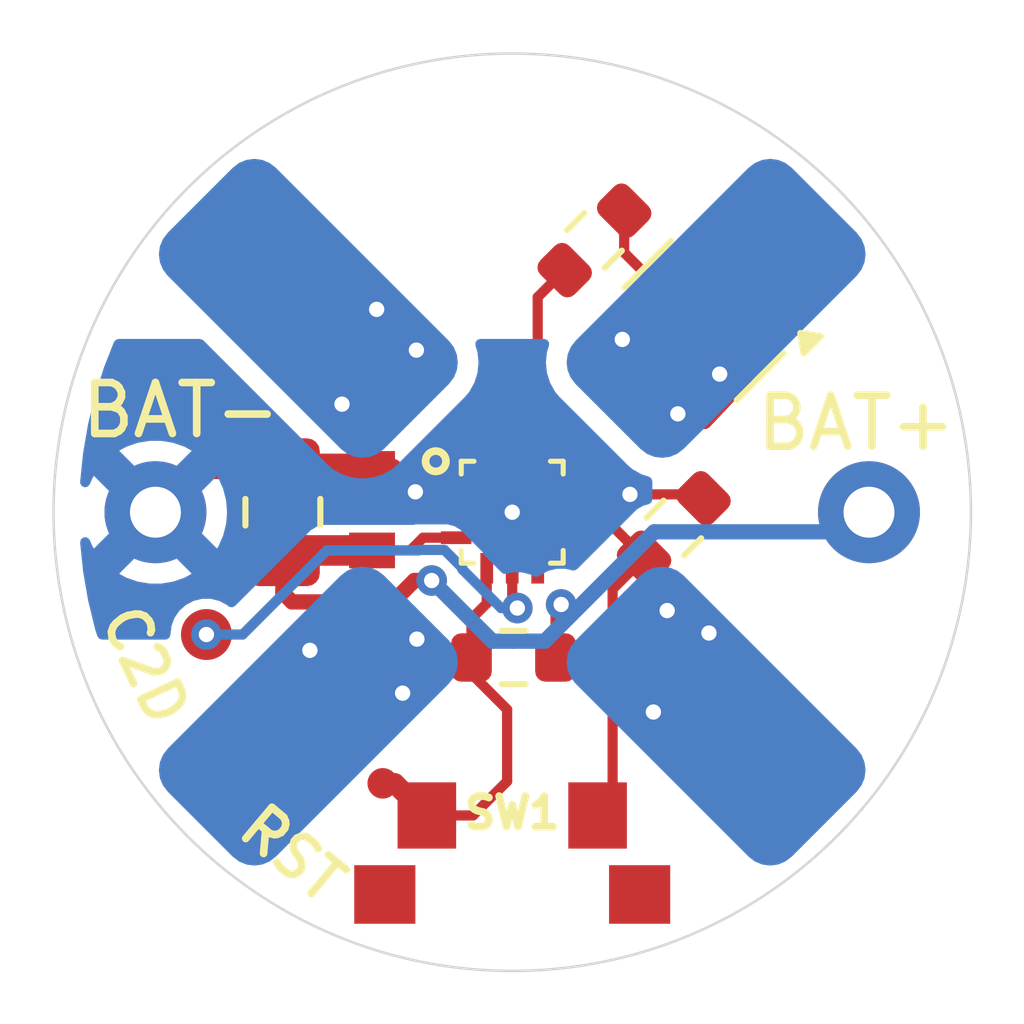
<source format=kicad_pcb>
(kicad_pcb (version 20240108) (generator "pcbnew") (generator_version "8.0")
  (layers (0 "F.Cu" signal) (31 "B.Cu" signal) (34 "B.Paste" user) (35 "F.Paste" user) (36 "B.SilkS" user "B.Silkscreen") (37 "F.SilkS" user "F.Silkscreen") (38 "B.Mask" user) (39 "F.Mask" user) (44 "Edge.Cuts" user))
  (net 0 "")
  (net 1 "GND")
  (net 2 "VDD")
  (net 3 "/RST")
  (net 4 "/BUT_SENSE")
  (net 5 "Net-(J1-Pin_1)")
  (net 7 "Net-(Q1-G)")
  (net 8 "Net-(J2-Pin_1)")
  (net 9 "Net-(J3-Pin_1)")
  (net 10 "Net-(J4-Pin_1)")
  (net 11 "/Q3")
  (net 12 "/Q1")
  (net 13 "/Q2")
  (net 14 "/Q4")
  (net 15 "/C2D")
  (footprint "Package_TO_SOT_SMD:SOT-23" (layer "F.Cu") (at 163.762913 96.237087 -135)
    (property "Reference" "Q1" (hide yes))
    (property "Value" "AO3400A" (hide yes))
    (fp_line (start 0 1.560001) (end 0.65 1.56) (stroke (width 0.12)) (layer "F.SilkS"))
    (fp_line (start 0 1.560001) (end -0.65 1.56) (stroke (width 0.12)) (layer "F.SilkS"))
    (fp_line (start 0 -1.560001) (end 0.65 -1.56) (stroke (width 0.12)) (layer "F.SilkS"))
    (fp_line (start 0 -1.560001) (end -0.65 -1.56) (stroke (width 0.12)) (layer "F.SilkS"))
    (fp_poly (pts (xy -1.1625 -1.51) (xy -1.4025 -1.84) (xy -0.9225 -1.839999) (xy -1.1625 -1.51)) (stroke (width 0.12)) (fill solid) (layer "F.SilkS"))
    (pad "1" smd roundrect (at -0.9375 -0.95 225) (size 1.475 0.6) (layers "F.Cu" "F.Paste" "F.Mask") (net 7 "Net-(Q1-G)"))
    (pad "2" smd roundrect (at -0.9375 0.95 225) (size 1.475 0.6) (layers "F.Cu" "F.Paste" "F.Mask") (net 1 "GND"))
    (pad "3" smd roundrect (at 0.937501 0 225) (size 1.475 0.6) (layers "F.Cu" "F.Paste" "F.Mask") (net 5 "Net-(J1-Pin_1)"))
  )
  (footprint "Resistor_SMD:R_0603_1608Metric" (layer "F.Cu") (at 163.17 100.31 45)
    (property "Reference" "R2" (hide yes))
    (property "Value" "15K" (hide yes))
    (fp_line (start -0.237258 -0.5225) (end 0.237258 -0.5225) (stroke (width 0.12)) (layer "F.SilkS"))
    (fp_line (start -0.237258 0.5225) (end 0.237258 0.5225) (stroke (width 0.12)) (layer "F.SilkS"))
    (pad "1" smd roundrect (at -0.825 0 45) (size 0.8 0.95) (layers "F.Cu" "F.Paste" "F.Mask") (net 4 "/BUT_SENSE"))
    (pad "2" smd roundrect (at 0.825 0 45) (size 0.8 0.95) (layers "F.Cu" "F.Paste" "F.Mask") (net 1 "GND"))
  )
  (footprint "KiCadCustomLibs:Button_TS-018" (layer "F.Cu") (at 160 107.5 180)
    (property "Reference" "SW1" (at 0 1.6 0) (layer "F.SilkS") (effects (font (size 0.6 0.6))))
    (property "Value" "SW_Push" (hide yes))
    (pad "" smd rect (at -2.5 0 270) (size 1.15 1.2) (layers "F.Cu" "F.Paste" "F.Mask"))
    (pad "" np_thru_hole circle (at -0.85 0 180) (size 0.6 0.6) (drill 0.6) (layers "*.Cu" "*.Mask"))
    (pad "" np_thru_hole circle (at 0.85 0 180) (size 0.6 0.6) (drill 0.6) (layers "*.Cu" "*.Mask"))
    (pad "" smd rect (at 2.5 0 270) (size 1.15 1.2) (layers "F.Cu" "F.Paste" "F.Mask"))
    (pad "1" smd rect (at -1.675 1.55 180) (size 1.15 1.3) (layers "F.Cu" "F.Paste" "F.Mask") (net 4 "/BUT_SENSE"))
    (pad "2" smd rect (at 1.675 1.55 180) (size 1.15 1.3) (layers "F.Cu" "F.Paste" "F.Mask") (net 3 "/RST"))
  )
  (footprint "Capacitor_SMD:C_0805_2012Metric" (layer "F.Cu") (at 155.5 100 90)
    (property "Reference" "C3" (hide yes))
    (property "Value" "2uf" (hide yes))
    (fp_line (start -0.261252 -0.735) (end 0.261252 -0.735) (stroke (width 0.12)) (layer "F.SilkS"))
    (fp_line (start -0.261252 0.735) (end 0.261252 0.735) (stroke (width 0.12)) (layer "F.SilkS"))
    (pad "1" smd roundrect (at -0.95 0 90) (size 1 1.45) (layers "F.Cu" "F.Paste" "F.Mask") (net 2 "VDD"))
    (pad "2" smd roundrect (at 0.95 0 90) (size 1 1.45) (layers "F.Cu" "F.Paste" "F.Mask") (net 1 "GND"))
  )
  (footprint "KiCadCustomLibs:Test_PAD_0.6" (layer "F.Cu") (at 157.46 105.32)
    (property "Reference" "J8" (hide yes))
    (property "Value" "RST" (at -1.77 1.38 -40) (layer "F.SilkS") (effects (font (size 0.8 0.8))))
    (pad "1" smd circle (at 0 0) (size 0.6 0.6) (layers "F.Cu" "F.Mask") (net 3 "/RST"))
  )
  (footprint "Resistor_SMD:R_0603_1608Metric" (layer "F.Cu") (at 161.613363 94.666637 45)
    (property "Reference" "R3" (hide yes))
    (property "Value" "12" (hide yes))
    (fp_line (start -0.237258 -0.5225) (end 0.237258 -0.5225) (stroke (width 0.12)) (layer "F.SilkS"))
    (fp_line (start -0.237258 0.5225) (end 0.237258 0.5225) (stroke (width 0.12)) (layer "F.SilkS"))
    (pad "1" smd roundrect (at -0.825 0 45) (size 0.8 0.95) (layers "F.Cu" "F.Paste" "F.Mask") (net 12 "/Q1"))
    (pad "2" smd roundrect (at 0.825 0 45) (size 0.8 0.95) (layers "F.Cu" "F.Paste" "F.Mask") (net 7 "Net-(Q1-G)"))
  )
  (footprint "KiCadCustomLibs:QFN12-2x2" (layer "F.Cu") (at 160 100)
    (property "Reference" "U1" (hide yes))
    (property "Value" "EFM8BB50-QFN12" (hide yes))
    (fp_line (start -1 -1) (end -0.75 -1) (stroke (width 0.1)) (layer "F.SilkS"))
    (fp_line (start -1 -0.75) (end -1 -1) (stroke (width 0.1)) (layer "F.SilkS"))
    (fp_line (start -1 1) (end -1 0.75) (stroke (width 0.1)) (layer "F.SilkS"))
    (fp_line (start -0.75 1) (end -1 1) (stroke (width 0.1)) (layer "F.SilkS"))
    (fp_line (start 0.75 -1) (end 1 -1) (stroke (width 0.1)) (layer "F.SilkS"))
    (fp_line (start 1 -1) (end 1 -0.75) (stroke (width 0.1)) (layer "F.SilkS"))
    (fp_line (start 1 0.75) (end 1 1) (stroke (width 0.1)) (layer "F.SilkS"))
    (fp_line (start 1 1) (end 0.75 1) (stroke (width 0.1)) (layer "F.SilkS"))
    (fp_circle (center -1.5 -1) (end -1.3 -1) (stroke (width 0.15)) (fill none) (layer "F.SilkS"))
    (pad "1" smd rect (at -1.1 -0.5) (size 0.6 0.25) (layers "F.Cu" "F.Paste" "F.Mask"))
    (pad "2" smd rect (at -1.1 0) (size 0.6 0.25) (layers "F.Cu" "F.Paste" "F.Mask") (net 1 "GND"))
    (pad "3" smd rect (at -1.1 0.5) (size 0.6 0.25) (layers "F.Cu" "F.Paste" "F.Mask") (net 2 "VDD"))
    (pad "4" smd rect (at -0.5 1.1) (size 0.25 0.6) (layers "F.Cu" "F.Paste" "F.Mask") (net 3 "/RST"))
    (pad "5" smd rect (at 0 1.1) (size 0.25 0.6) (layers "F.Cu" "F.Paste" "F.Mask") (net 15 "/C2D"))
    (pad "6" smd rect (at 0.5 1.1) (size 0.25 0.6) (layers "F.Cu" "F.Paste" "F.Mask"))
    (pad "7" smd rect (at 1.1 0.5) (size 0.6 0.25) (layers "F.Cu" "F.Paste" "F.Mask") (net 13 "/Q2"))
    (pad "8" smd rect (at 1.1 0) (size 0.6 0.25) (layers "F.Cu" "F.Paste" "F.Mask") (net 4 "/BUT_SENSE"))
    (pad "9" smd rect (at 1.1 -0.5) (size 0.6 0.25) (layers "F.Cu" "F.Paste" "F.Mask") (net 14 "/Q4"))
    (pad "10" smd rect (at 0.5 -1.1) (size 0.25 0.6) (layers "F.Cu" "F.Paste" "F.Mask") (net 12 "/Q1"))
    (pad "11" smd rect (at 0 -1.1) (size 0.25 0.6) (layers "F.Cu" "F.Paste" "F.Mask") (net 11 "/Q3"))
    (pad "12" smd rect (at -0.5 -1.1) (size 0.25 0.6) (layers "F.Cu" "F.Paste" "F.Mask"))
    (pad "13" smd rect (at 0 0) (size 1.1 1.1) (layers "F.Cu" "F.Paste" "F.Mask") (net 1 "GND"))
  )
  (footprint "KiCadCustomLibs:Conn-1pinD1.0mm" (layer "F.Cu") (at 153 100)
    (property "Reference" "J6" (hide yes))
    (property "Value" "BAT-" (at 0.5 -2 0) (layer "F.SilkS"))
    (pad "1" thru_hole circle (at 0 0) (size 2 2) (drill 1) (layers "*.Cu" "*.Mask") (net 1 "GND"))
  )
  (footprint "KiCadCustomLibs:Conn-1pinD1.0mm" (layer "F.Cu") (at 167 100)
    (property "Reference" "J5" (hide yes))
    (property "Value" "BAT+" (at -0.25 -1.75 0) (layer "F.SilkS"))
    (pad "1" thru_hole circle (at 0 0) (size 2 2) (drill 1) (layers "*.Cu" "*.Mask") (net 2 "VDD"))
  )
  (footprint "KiCadCustomLibs:C_0603" (layer "F.Cu") (at 157.25 99.95 90)
    (property "Reference" "C1" (hide yes))
    (property "Value" "100n" (hide yes))
    (pad "1" smd rect (at -0.8 0 90) (size 0.7 0.9) (layers "F.Cu" "F.Paste" "F.Mask") (net 2 "VDD"))
    (pad "2" smd rect (at 0.8 0 90) (size 0.7 0.9) (layers "F.Cu" "F.Paste" "F.Mask") (net 1 "GND"))
  )
  (footprint "KiCadCustomLibs:Test_PAD_0.6" (layer "F.Cu") (at 154 102.4)
    (property "Reference" "J7" (hide yes))
    (property "Value" "C2D" (at -1.2 0.6 115) (layer "F.SilkS") (effects (font (size 0.8 0.8))))
    (pad "1" smd circle (at 0 0) (size 1 1) (layers "F.Cu" "F.Mask") (net 15 "/C2D"))
  )
  (footprint "Resistor_SMD:R_0603_1608Metric" (layer "F.Cu") (at 160.025 102.85 180)
    (property "Reference" "R1" (hide yes))
    (property "Value" "2K" (hide yes))
    (fp_line (start -0.237258 0.5225) (end 0.237258 0.5225) (stroke (width 0.12)) (layer "F.SilkS"))
    (fp_line (start -0.237258 -0.5225) (end 0.237258 -0.5225) (stroke (width 0.12)) (layer "F.SilkS"))
    (pad "1" smd roundrect (at -0.825 0 180) (size 0.8 0.95) (layers "F.Cu" "F.Paste" "F.Mask") (net 2 "VDD"))
    (pad "2" smd roundrect (at 0.825 0 180) (size 0.8 0.95) (layers "F.Cu" "F.Paste" "F.Mask") (net 3 "/RST"))
  )
  (footprint "KiCadCustomLibs:PAD3x6" (layer "B.Cu") (at 156 104 -45)
    (property "Reference" "J2" (hide yes))
    (property "Value" "C_LED" (hide yes))
    (pad "1" smd roundrect (at 0 0 315) (size 3 6) (layers "B.Cu" "B.Paste" "B.Mask") (roundrect_rratio 0.2) (net 8 "Net-(J2-Pin_1)"))
  )
  (footprint "KiCadCustomLibs:PAD3x6" (layer "B.Cu") (at 156 96 45)
    (property "Reference" "J3" (hide yes))
    (property "Value" "C_LED" (hide yes))
    (pad "1" smd roundrect (at 0 0 45) (size 3 6) (layers "B.Cu" "B.Paste" "B.Mask") (roundrect_rratio 0.2) (net 9 "Net-(J3-Pin_1)"))
  )
  (footprint "KiCadCustomLibs:PAD3x6" (layer "B.Cu") (at 164 104 45)
    (property "Reference" "J4" (hide yes))
    (property "Value" "C_LED" (hide yes))
    (pad "1" smd roundrect (at 0 0 45) (size 3 6) (layers "B.Cu" "B.Paste" "B.Mask") (roundrect_rratio 0.2) (net 10 "Net-(J4-Pin_1)"))
  )
  (footprint "KiCadCustomLibs:PAD3x6" (layer "B.Cu") (at 164 96 135)
    (property "Reference" "J1" (hide yes))
    (property "Value" "C_LED" (hide yes))
    (pad "1" smd roundrect (at 0 0 135) (size 3 6) (layers "B.Cu" "B.Paste" "B.Mask") (roundrect_rratio 0.2) (net 5 "Net-(J1-Pin_1)"))
  )
  (gr_circle (center 160 100) (end 160 91) (stroke (width 0.05)) (fill none) (layer "Edge.Cuts"))
  (segment (start 163.754074 94.902423) (end 164.843029 93.813468) (width 1) (layer "F.Cu") (net 1))
  (segment (start 158.9 100) (end 158.5 100) (width 0.2) (layer "F.Cu") (net 1))
  (segment (start 153.95 99.05) (end 155.5 99.05) (width 0.6) (layer "F.Cu") (net 1))
  (segment (start 163.676726 99.65) (end 163.753363 99.726637) (width 0.2) (layer "F.Cu") (net 1))
  (segment (start 158.1 99.6) (end 157.65 99.15) (width 0.4) (layer "F.Cu") (net 1))
  (segment (start 164.843029 93.813468) (end 164.843029 93.627593) (width 0.2) (layer "F.Cu") (net 1))
  (segment (start 157.65 99.15) (end 157.25 99.15) (width 0.2) (layer "F.Cu") (net 1))
  (segment (start 158.5 100) (end 158.1 99.6) (width 0.2) (layer "F.Cu") (net 1))
  (segment (start 153 100) (end 153.95 99.05) (width 0.6) (layer "F.Cu") (net 1))
  (segment (start 155.5 99.05) (end 155.6 99.15) (width 0.2) (layer "F.Cu") (net 1))
  (segment (start 155.6 99.15) (end 157.25 99.15) (width 0.6) (layer "F.Cu") (net 1))
  (segment (start 162.31 99.65) (end 163.676726 99.65) (width 0.2) (layer "F.Cu") (net 1))
  (via (at 162.31 99.65) (size 0.6) (drill 0.3) (layers "F.Cu" "B.Cu") (net 1))
  (via (at 158.1 99.6) (size 0.6) (drill 0.3) (layers "F.Cu" "B.Cu") (net 1))
  (via (at 160 100) (size 0.6) (drill 0.3) (layers "F.Cu" "B.Cu") (net 1))
  (segment (start 157.25 100.75) (end 155.7 100.75) (width 0.6) (layer "F.Cu") (net 2))
  (segment (start 155.5 101.58) (end 155.5 100.95) (width 0.3) (layer "F.Cu") (net 2))
  (segment (start 158.08 101.34) (end 157.66 101.76) (width 0.3) (layer "F.Cu") (net 2))
  (segment (start 158.9 100.5) (end 158.25 100.5) (width 0.2) (layer "F.Cu") (net 2))
  (segment (start 157.66 101.76) (end 155.68 101.76) (width 0.3) (layer "F.Cu") (net 2))
  (segment (start 158.25 100.5) (end 158 100.75) (width 0.2) (layer "F.Cu") (net 2))
  (segment (start 160.85 101.92) (end 160.96 101.81) (width 0.2) (layer "F.Cu") (net 2))
  (segment (start 158 100.75) (end 157.25 100.75) (width 0.2) (layer "F.Cu") (net 2))
  (segment (start 160.85 102.85) (end 160.85 101.92) (width 0.2) (layer "F.Cu") (net 2))
  (segment (start 155.7 100.75) (end 155.5 100.95) (width 0.2) (layer "F.Cu") (net 2))
  (segment (start 158.42 101.34) (end 158.08 101.34) (width 0.3) (layer "F.Cu") (net 2))
  (segment (start 155.68 101.76) (end 155.5 101.58) (width 0.3) (layer "F.Cu") (net 2))
  (via (at 160.96 101.81) (size 0.6) (drill 0.3) (layers "F.Cu" "B.Cu") (net 2))
  (via (at 158.42 101.34) (size 0.6) (drill 0.3) (layers "F.Cu" "B.Cu") (net 2))
  (segment (start 162.785896 100.384104) (end 161.17 102) (width 0.3) (layer "B.Cu") (net 2))
  (segment (start 160.02 102.53) (end 159.61 102.53) (width 0.3) (layer "B.Cu") (net 2))
  (segment (start 167 100) (end 166.615896 100.384104) (width 0.3) (layer "B.Cu") (net 2))
  (segment (start 159.61 102.53) (end 158.42 101.34) (width 0.3) (layer "B.Cu") (net 2))
  (segment (start 166.615896 100.384104) (end 162.785896 100.384104) (width 0.3) (layer "B.Cu") (net 2))
  (segment (start 160.96 101.81) (end 161.15 102) (width 0.2) (layer "B.Cu") (net 2))
  (segment (start 161.15 102) (end 161.17 102) (width 0.2) (layer "B.Cu") (net 2))
  (segment (start 161.17 102) (end 160.64 102.53) (width 0.3) (layer "B.Cu") (net 2))
  (segment (start 160.64 102.53) (end 160.02 102.53) (width 0.3) (layer "B.Cu") (net 2))
  (segment (start 159.2 102.09) (end 159.2 102.85) (width 0.2) (layer "F.Cu") (net 3))
  (segment (start 159.5 101.79) (end 159.2 102.09) (width 0.2) (layer "F.Cu") (net 3))
  (segment (start 157.46 105.32) (end 157.695 105.32) (width 0.4) (layer "F.Cu") (net 3))
  (segment (start 157.695 105.32) (end 158.325 105.95) (width 0.4) (layer "F.Cu") (net 3))
  (segment (start 159.9 105.28) (end 159.23 105.95) (width 0.2) (layer "F.Cu") (net 3))
  (segment (start 159.2 102.85) (end 159.2 103.17) (width 0.2) (layer "F.Cu") (net 3))
  (segment (start 159.9 103.87) (end 159.9 105.28) (width 0.2) (layer "F.Cu") (net 3))
  (segment (start 159.23 105.95) (end 158.325 105.95) (width 0.2) (layer "F.Cu") (net 3))
  (segment (start 159.2 103.17) (end 159.9 103.87) (width 0.2) (layer "F.Cu") (net 3))
  (segment (start 159.5 101.1) (end 159.5 101.79) (width 0.2) (layer "F.Cu") (net 3))
  (segment (start 161.675 105.95) (end 161.97 105.655) (width 0.2) (layer "F.Cu") (net 4))
  (segment (start 161.97 101.51) (end 162.586637 100.893363) (width 0.2) (layer "F.Cu") (net 4))
  (segment (start 161.97 105.655) (end 161.97 101.51) (width 0.2) (layer "F.Cu") (net 4))
  (segment (start 161.693274 100) (end 162.586637 100.893363) (width 0.2) (layer "F.Cu") (net 4))
  (segment (start 161.1 100) (end 161.693274 100) (width 0.2) (layer "F.Cu") (net 4))
  (via (at 162.16 96.61) (size 0.6) (drill 0.3) (layers "F.Cu" "B.Cu") (net 5))
  (via (at 164.07 97.29) (size 0.6) (drill 0.3) (layers "F.Cu" "B.Cu") (net 5))
  (via (at 163.25 98.07) (size 0.6) (drill 0.3) (layers "F.Cu" "B.Cu") (net 5))
  (segment (start 163.21557 95.92557) (end 162.196726 94.906726) (width 0.2) (layer "F.Cu") (net 7))
  (segment (start 165.097577 96.245926) (end 164.777221 95.92557) (width 0.2) (layer "F.Cu") (net 7))
  (segment (start 162.196726 94.906726) (end 162.196726 94.083274) (width 0.2) (layer "F.Cu") (net 7))
  (segment (start 164.777221 95.92557) (end 163.21557 95.92557) (width 0.2) (layer "F.Cu") (net 7))
  (via (at 156.03 102.71) (size 0.6) (drill 0.3) (layers "F.Cu" "B.Cu") (net 8))
  (via (at 157.85 103.55) (size 0.6) (drill 0.3) (layers "F.Cu" "B.Cu") (net 8))
  (via (at 158.13 102.49) (size 0.6) (drill 0.3) (layers "F.Cu" "B.Cu") (net 8))
  (via (at 157.34 96.02) (size 0.6) (drill 0.3) (layers "F.Cu" "B.Cu") (net 9))
  (via (at 158.12 96.82) (size 0.6) (drill 0.3) (layers "F.Cu" "B.Cu") (net 9))
  (via (at 156.66 97.88) (size 0.6) (drill 0.3) (layers "F.Cu" "B.Cu") (net 9))
  (via (at 163.86 102.37) (size 0.6) (drill 0.3) (layers "F.Cu" "B.Cu") (net 10))
  (via (at 162.77 103.92) (size 0.6) (drill 0.3) (layers "F.Cu" "B.Cu") (net 10))
  (via (at 163.04 101.93) (size 0.6) (drill 0.3) (layers "F.Cu" "B.Cu") (net 10))
  (segment (start 160.5 95.78) (end 161.03 95.25) (width 0.2) (layer "F.Cu") (net 12))
  (segment (start 160.5 98.9) (end 160.5 95.78) (width 0.2) (layer "F.Cu") (net 12))
  (segment (start 160 101.779377) (end 160.100623 101.88) (width 0.2) (layer "F.Cu") (net 15))
  (segment (start 160 101.1) (end 160 101.779377) (width 0.2) (layer "F.Cu") (net 15))
  (via (at 154 102.4) (size 0.6) (drill 0.3) (layers "F.Cu" "B.Cu") (net 15))
  (via (at 160.100623 101.88) (size 0.6) (drill 0.3) (layers "F.Cu" "B.Cu") (net 15))
  (segment (start 158.171471 100.74) (end 158.161471 100.75) (width 0.2) (layer "B.Cu") (net 15))
  (segment (start 159.78 101.88) (end 159.02 101.12) (width 0.2) (layer "B.Cu") (net 15))
  (segment (start 156.36 100.75) (end 154.71 102.4) (width 0.2) (layer "B.Cu") (net 15))
  (segment (start 158.161471 100.75) (end 156.36 100.75) (width 0.2) (layer "B.Cu") (net 15))
  (segment (start 159.02 101.12) (end 159.02 101.091471) (width 0.2) (layer "B.Cu") (net 15))
  (segment (start 158.668529 100.74) (end 158.171471 100.74) (width 0.2) (layer "B.Cu") (net 15))
  (segment (start 154.71 102.4) (end 154 102.4) (width 0.2) (layer "B.Cu") (net 15))
  (segment (start 160.100623 101.88) (end 159.78 101.88) (width 0.2) (layer "B.Cu") (net 15))
  (segment (start 159.02 101.091471) (end 158.668529 100.74) (width 0.2) (layer "B.Cu") (net 15))
  (zone (net 5) (net_name "Net-(J1-Pin_1)") (layer "F.Cu") (priority 3) (connect_pads yes (clearance 0.4)) (min_thickness 0.2) (fill yes (thermal_gap 0.4) (thermal_bridge_width 0.7))
    (polygon (pts (xy 161.4 96.59) (xy 162.48 95.54) (xy 164.8 97.35) (xy 163.38 98.85) (xy 161.4 96.94)))
  )
  (zone (net 1) (net_name "GND") (layer "B.Cu") (connect_pads (clearance 0.4)) (min_thickness 0.2) (fill yes (thermal_gap 0.4) (thermal_bridge_width 0.7))
    (polygon (pts (xy 150.4 96.6) (xy 162.75 96.6) (xy 162.75 102.5) (xy 150.4 102.5)))
  )
)
</source>
